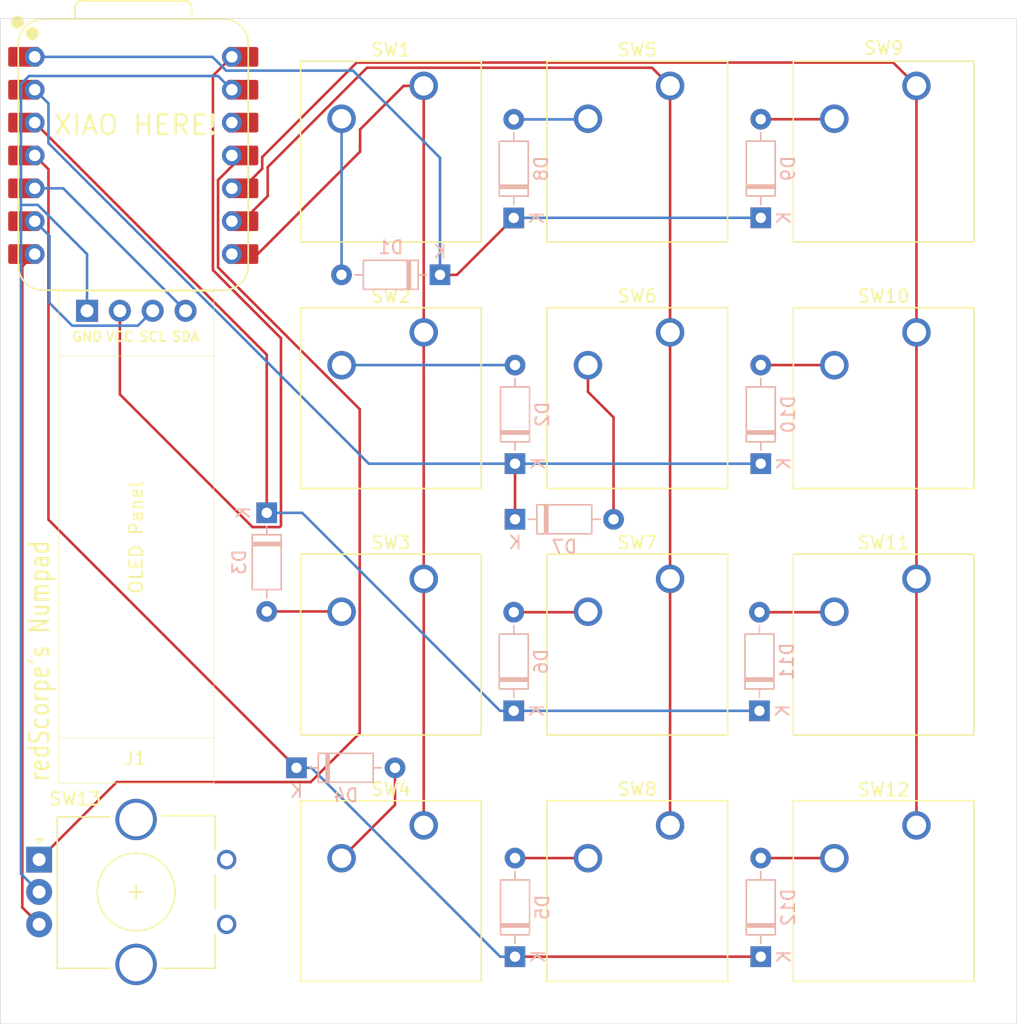
<source format=kicad_pcb>
(kicad_pcb (version 20240108) (generator "pcbnew") (generator_version "8.0")
  (layers (0 "F.Cu" signal) (31 "B.Cu" signal) (34 "B.Paste" user) (35 "F.Paste" user) (36 "B.SilkS" user "B.Silkscreen") (37 "F.SilkS" user "F.Silkscreen") (38 "B.Mask" user) (39 "F.Mask" user) (44 "Edge.Cuts" user))
  (net 0 "")
  (net 1 "Column 1")
  (net 2 "Net-(D1-A)")
  (net 3 "Net-(D2-A)")
  (net 4 "Net-(D3-A)")
  (net 5 "Net-(D4-A)")
  (net 6 "Net-(D8-A)")
  (net 7 "Column 2")
  (net 8 "Net-(D7-A)")
  (net 9 "Net-(D6-A)")
  (net 10 "Net-(D5-A)")
  (net 11 "Net-(D9-A)")
  (net 12 "Column 3")
  (net 13 "Net-(D10-A)")
  (net 14 "Net-(D11-A)")
  (net 15 "Net-(D12-A)")
  (net 16 "SDA")
  (net 17 "GND")
  (net 18 "Row 3")
  (net 19 "SCL")
  (net 20 "Net-(U1-GPIO0{slash}TX)")
  (net 21 "+5V")
  (net 22 "Row 1")
  (net 24 "Row 4")
  (net 25 "Row 2")
  (net 26 "Net-(U1-GPIO3{slash}MOSI)")
  (footprint "Button_Switch_Keyboard:SW_Cherry_MX_1.00u_PCB" (layer "F.Cu") (at 154.94 73.50125)
    (property "Reference" "SW1" (at -2.54 -2.794 0) (layer "F.SilkS"))
    (property "Value" "SW_Push")
    (fp_line (start -9.525 -1.905) (end 4.445 -1.905) (stroke (width 0.12)) (layer "F.SilkS"))
    (fp_line (start -9.525 12.065) (end -9.525 -1.905) (stroke (width 0.12)) (layer "F.SilkS"))
    (fp_line (start 4.445 -1.905) (end 4.445 12.065) (stroke (width 0.12)) (layer "F.SilkS"))
    (fp_line (start 4.445 12.065) (end -9.525 12.065) (stroke (width 0.12)) (layer "F.SilkS"))
    (pad "" np_thru_hole circle (at -7.62 5.08) (size 1.7 1.7) (drill 1.7) (layers "*.Cu" "*.Mask"))
    (pad "" np_thru_hole circle (at -2.54 5.08) (size 4 4) (drill 4) (layers "*.Cu" "*.Mask"))
    (pad "" np_thru_hole circle (at 2.54 5.08) (size 1.7 1.7) (drill 1.7) (layers "*.Cu" "*.Mask"))
    (pad "1" thru_hole circle (at 0 0) (size 2.2 2.2) (drill 1.5) (layers "*.Cu" "*.Mask") (net 1 "Column 1"))
    (pad "2" thru_hole circle (at -6.35 2.54) (size 2.2 2.2) (drill 1.5) (layers "*.Cu" "*.Mask") (net 2 "Net-(D1-A)"))
  )
  (footprint "Button_Switch_Keyboard:SW_Cherry_MX_1.00u_PCB" (layer "F.Cu") (at 173.99 92.55125)
    (property "Reference" "SW6" (at -2.54 -2.794 0) (layer "F.SilkS"))
    (property "Value" "SW_Push")
    (fp_line (start -9.525 -1.905) (end 4.445 -1.905) (stroke (width 0.12)) (layer "F.SilkS"))
    (fp_line (start -9.525 12.065) (end -9.525 -1.905) (stroke (width 0.12)) (layer "F.SilkS"))
    (fp_line (start 4.445 -1.905) (end 4.445 12.065) (stroke (width 0.12)) (layer "F.SilkS"))
    (fp_line (start 4.445 12.065) (end -9.525 12.065) (stroke (width 0.12)) (layer "F.SilkS"))
    (pad "" np_thru_hole circle (at -7.62 5.08) (size 1.7 1.7) (drill 1.7) (layers "*.Cu" "*.Mask"))
    (pad "" np_thru_hole circle (at -2.54 5.08) (size 4 4) (drill 4) (layers "*.Cu" "*.Mask"))
    (pad "" np_thru_hole circle (at 2.54 5.08) (size 1.7 1.7) (drill 1.7) (layers "*.Cu" "*.Mask"))
    (pad "1" thru_hole circle (at 0 0) (size 2.2 2.2) (drill 1.5) (layers "*.Cu" "*.Mask") (net 7 "Column 2"))
    (pad "2" thru_hole circle (at -6.35 2.54) (size 2.2 2.2) (drill 1.5) (layers "*.Cu" "*.Mask") (net 8 "Net-(D7-A)"))
  )
  (footprint "Button_Switch_Keyboard:SW_Cherry_MX_1.00u_PCB" (layer "F.Cu") (at 173.99 73.50125)
    (property "Reference" "SW5" (at -2.54 -2.794 0) (layer "F.SilkS"))
    (property "Value" "SW_Push")
    (fp_line (start -9.525 -1.905) (end 4.445 -1.905) (stroke (width 0.12)) (layer "F.SilkS"))
    (fp_line (start -9.525 12.065) (end -9.525 -1.905) (stroke (width 0.12)) (layer "F.SilkS"))
    (fp_line (start 4.445 -1.905) (end 4.445 12.065) (stroke (width 0.12)) (layer "F.SilkS"))
    (fp_line (start 4.445 12.065) (end -9.525 12.065) (stroke (width 0.12)) (layer "F.SilkS"))
    (pad "" np_thru_hole circle (at -7.62 5.08) (size 1.7 1.7) (drill 1.7) (layers "*.Cu" "*.Mask"))
    (pad "" np_thru_hole circle (at -2.54 5.08) (size 4 4) (drill 4) (layers "*.Cu" "*.Mask"))
    (pad "" np_thru_hole circle (at 2.54 5.08) (size 1.7 1.7) (drill 1.7) (layers "*.Cu" "*.Mask"))
    (pad "1" thru_hole circle (at 0 0) (size 2.2 2.2) (drill 1.5) (layers "*.Cu" "*.Mask") (net 7 "Column 2"))
    (pad "2" thru_hole circle (at -6.35 2.54) (size 2.2 2.2) (drill 1.5) (layers "*.Cu" "*.Mask") (net 6 "Net-(D8-A)"))
  )
  (footprint "Button_Switch_Keyboard:SW_Cherry_MX_1.00u_PCB" (layer "F.Cu") (at 154.94 92.55125)
    (property "Reference" "SW2" (at -2.54 -2.794 0) (layer "F.SilkS"))
    (property "Value" "SW_Push")
    (fp_line (start -9.525 -1.905) (end 4.445 -1.905) (stroke (width 0.12)) (layer "F.SilkS"))
    (fp_line (start -9.525 12.065) (end -9.525 -1.905) (stroke (width 0.12)) (layer "F.SilkS"))
    (fp_line (start 4.445 -1.905) (end 4.445 12.065) (stroke (width 0.12)) (layer "F.SilkS"))
    (fp_line (start 4.445 12.065) (end -9.525 12.065) (stroke (width 0.12)) (layer "F.SilkS"))
    (pad "" np_thru_hole circle (at -7.62 5.08) (size 1.7 1.7) (drill 1.7) (layers "*.Cu" "*.Mask"))
    (pad "" np_thru_hole circle (at -2.54 5.08) (size 4 4) (drill 4) (layers "*.Cu" "*.Mask"))
    (pad "" np_thru_hole circle (at 2.54 5.08) (size 1.7 1.7) (drill 1.7) (layers "*.Cu" "*.Mask"))
    (pad "1" thru_hole circle (at 0 0) (size 2.2 2.2) (drill 1.5) (layers "*.Cu" "*.Mask") (net 1 "Column 1"))
    (pad "2" thru_hole circle (at -6.35 2.54) (size 2.2 2.2) (drill 1.5) (layers "*.Cu" "*.Mask") (net 3 "Net-(D2-A)"))
  )
  (footprint "Button_Switch_Keyboard:SW_Cherry_MX_1.00u_PCB" (layer "F.Cu") (at 154.94 130.65125)
    (property "Reference" "SW4" (at -2.54 -2.794 0) (layer "F.SilkS"))
    (property "Value" "SW_Push")
    (fp_line (start -9.525 -1.905) (end 4.445 -1.905) (stroke (width 0.12)) (layer "F.SilkS"))
    (fp_line (start -9.525 12.065) (end -9.525 -1.905) (stroke (width 0.12)) (layer "F.SilkS"))
    (fp_line (start 4.445 -1.905) (end 4.445 12.065) (stroke (width 0.12)) (layer "F.SilkS"))
    (fp_line (start 4.445 12.065) (end -9.525 12.065) (stroke (width 0.12)) (layer "F.SilkS"))
    (pad "" np_thru_hole circle (at -7.62 5.08) (size 1.7 1.7) (drill 1.7) (layers "*.Cu" "*.Mask"))
    (pad "" np_thru_hole circle (at -2.54 5.08) (size 4 4) (drill 4) (layers "*.Cu" "*.Mask"))
    (pad "" np_thru_hole circle (at 2.54 5.08) (size 1.7 1.7) (drill 1.7) (layers "*.Cu" "*.Mask"))
    (pad "1" thru_hole circle (at 0 0) (size 2.2 2.2) (drill 1.5) (layers "*.Cu" "*.Mask") (net 1 "Column 1"))
    (pad "2" thru_hole circle (at -6.35 2.54) (size 2.2 2.2) (drill 1.5) (layers "*.Cu" "*.Mask") (net 5 "Net-(D4-A)"))
  )
  (footprint "Button_Switch_Keyboard:SW_Cherry_MX_1.00u_PCB" (layer "F.Cu") (at 154.94 111.60125)
    (property "Reference" "SW3" (at -2.54 -2.794 0) (layer "F.SilkS"))
    (property "Value" "SW_Push")
    (fp_line (start -9.525 -1.905) (end 4.445 -1.905) (stroke (width 0.12)) (layer "F.SilkS"))
    (fp_line (start -9.525 12.065) (end -9.525 -1.905) (stroke (width 0.12)) (layer "F.SilkS"))
    (fp_line (start 4.445 -1.905) (end 4.445 12.065) (stroke (width 0.12)) (layer "F.SilkS"))
    (fp_line (start 4.445 12.065) (end -9.525 12.065) (stroke (width 0.12)) (layer "F.SilkS"))
    (pad "" np_thru_hole circle (at -7.62 5.08) (size 1.7 1.7) (drill 1.7) (layers "*.Cu" "*.Mask"))
    (pad "" np_thru_hole circle (at -2.54 5.08) (size 4 4) (drill 4) (layers "*.Cu" "*.Mask"))
    (pad "" np_thru_hole circle (at 2.54 5.08) (size 1.7 1.7) (drill 1.7) (layers "*.Cu" "*.Mask"))
    (pad "1" thru_hole circle (at 0 0) (size 2.2 2.2) (drill 1.5) (layers "*.Cu" "*.Mask") (net 1 "Column 1"))
    (pad "2" thru_hole circle (at -6.35 2.54) (size 2.2 2.2) (drill 1.5) (layers "*.Cu" "*.Mask") (net 4 "Net-(D3-A)"))
  )
  (footprint "Button_Switch_Keyboard:SW_Cherry_MX_1.00u_PCB" (layer "F.Cu") (at 193.04 92.55125)
    (property "Reference" "SW10" (at -2.54 -2.794 0) (layer "F.SilkS"))
    (property "Value" "SW_Push")
    (fp_line (start -9.525 -1.905) (end 4.445 -1.905) (stroke (width 0.12)) (layer "F.SilkS"))
    (fp_line (start -9.525 12.065) (end -9.525 -1.905) (stroke (width 0.12)) (layer "F.SilkS"))
    (fp_line (start 4.445 -1.905) (end 4.445 12.065) (stroke (width 0.12)) (layer "F.SilkS"))
    (fp_line (start 4.445 12.065) (end -9.525 12.065) (stroke (width 0.12)) (layer "F.SilkS"))
    (pad "" np_thru_hole circle (at -7.62 5.08) (size 1.7 1.7) (drill 1.7) (layers "*.Cu" "*.Mask"))
    (pad "" np_thru_hole circle (at -2.54 5.08) (size 4 4) (drill 4) (layers "*.Cu" "*.Mask"))
    (pad "" np_thru_hole circle (at 2.54 5.08) (size 1.7 1.7) (drill 1.7) (layers "*.Cu" "*.Mask"))
    (pad "1" thru_hole circle (at 0 0) (size 2.2 2.2) (drill 1.5) (layers "*.Cu" "*.Mask") (net 12 "Column 3"))
    (pad "2" thru_hole circle (at -6.35 2.54) (size 2.2 2.2) (drill 1.5) (layers "*.Cu" "*.Mask") (net 13 "Net-(D10-A)"))
  )
  (footprint "Button_Switch_Keyboard:SW_Cherry_MX_1.00u_PCB" (layer "F.Cu") (at 173.99 111.60125)
    (property "Reference" "SW7" (at -2.54 -2.794 0) (layer "F.SilkS"))
    (property "Value" "SW_Push")
    (fp_line (start -9.525 -1.905) (end 4.445 -1.905) (stroke (width 0.12)) (layer "F.SilkS"))
    (fp_line (start -9.525 12.065) (end -9.525 -1.905) (stroke (width 0.12)) (layer "F.SilkS"))
    (fp_line (start 4.445 -1.905) (end 4.445 12.065) (stroke (width 0.12)) (layer "F.SilkS"))
    (fp_line (start 4.445 12.065) (end -9.525 12.065) (stroke (width 0.12)) (layer "F.SilkS"))
    (pad "" np_thru_hole circle (at -7.62 5.08) (size 1.7 1.7) (drill 1.7) (layers "*.Cu" "*.Mask"))
    (pad "" np_thru_hole circle (at -2.54 5.08) (size 4 4) (drill 4) (layers "*.Cu" "*.Mask"))
    (pad "" np_thru_hole circle (at 2.54 5.08) (size 1.7 1.7) (drill 1.7) (layers "*.Cu" "*.Mask"))
    (pad "1" thru_hole circle (at 0 0) (size 2.2 2.2) (drill 1.5) (layers "*.Cu" "*.Mask") (net 7 "Column 2"))
    (pad "2" thru_hole circle (at -6.35 2.54) (size 2.2 2.2) (drill 1.5) (layers "*.Cu" "*.Mask") (net 9 "Net-(D6-A)"))
  )
  (footprint "Rotary_Encoder:RotaryEncoder_Alps_EC11E_Vertical_H20mm_CircularMountingHoles" (layer "F.Cu") (at 125.2 133.3)
    (property "Reference" "SW13" (at 2.8 -4.7 0) (layer "F.SilkS"))
    (property "Value" "RotaryEncoder")
    (fp_line (start -0.3 -1.6) (end 0.3 -1.6) (stroke (width 0.12)) (layer "F.SilkS"))
    (fp_line (start 0 -1.3) (end -0.3 -1.6) (stroke (width 0.12)) (layer "F.SilkS"))
    (fp_line (start 0.3 -1.6) (end 0 -1.3) (stroke (width 0.12)) (layer "F.SilkS"))
    (fp_line (start 1.4 -3.3) (end 1.4 8.4) (stroke (width 0.12)) (layer "F.SilkS"))
    (fp_line (start 5.5 -3.3) (end 1.4 -3.3) (stroke (width 0.12)) (layer "F.SilkS"))
    (fp_line (start 5.5 8.4) (end 1.4 8.4) (stroke (width 0.12)) (layer "F.SilkS"))
    (fp_line (start 7 2.5) (end 8 2.5) (stroke (width 0.12)) (layer "F.SilkS"))
    (fp_line (start 7.5 2) (end 7.5 3) (stroke (width 0.12)) (layer "F.SilkS"))
    (fp_line (start 9.5 -3.4) (end 13.6 -3.4) (stroke (width 0.12)) (layer "F.SilkS"))
    (fp_line (start 13.6 -3.4) (end 13.6 -0.8) (stroke (width 0.12)) (layer "F.SilkS"))
    (fp_line (start 13.6 1.2) (end 13.6 3.8) (stroke (width 0.12)) (layer "F.SilkS"))
    (fp_line (start 13.6 5.8) (end 13.6 8.4) (stroke (width 0.12)) (layer "F.SilkS"))
    (fp_line (start 13.6 8.4) (end 9.5 8.4) (stroke (width 0.12)) (layer "F.SilkS"))
    (fp_circle (center 7.5 2.5) (end 10.5 2.5) (stroke (width 0.12)) (fill none) (layer "F.SilkS"))
    (pad "" thru_hole circle (at 14.5 0) (size 1.5 1.5) (drill 1) (layers "*.Cu" "*.Mask"))
    (pad "" thru_hole circle (at 14.5 5) (size 1.5 1.5) (drill 1) (layers "*.Cu" "*.Mask"))
    (pad "A" thru_hole rect (at 0 0) (size 2 2) (drill 1) (layers "*.Cu" "*.Mask") (net 26 "Net-(U1-GPIO3{slash}MOSI)"))
    (pad "B" thru_hole circle (at 0 5) (size 2 2) (drill 1) (layers "*.Cu" "*.Mask") (net 20 "Net-(U1-GPIO0{slash}TX)"))
    (pad "C" thru_hole circle (at 0 2.5) (size 2 2) (drill 1) (layers "*.Cu" "*.Mask") (net 17 "GND"))
    (pad "MP" thru_hole circle (at 7.5 -3.1) (size 3.2 3.2) (drill 2.6) (layers "*.Cu" "*.Mask"))
    (pad "MP" thru_hole circle (at 7.5 8.1) (size 3.2 3.2) (drill 2.6) (layers "*.Cu" "*.Mask"))
  )
  (footprint "Button_Switch_Keyboard:SW_Cherry_MX_1.00u_PCB" (layer "F.Cu") (at 173.99 130.65125)
    (property "Reference" "SW8" (at -2.54 -2.794 0) (layer "F.SilkS"))
    (property "Value" "SW_Push")
    (fp_line (start -9.525 -1.905) (end 4.445 -1.905) (stroke (width 0.12)) (layer "F.SilkS"))
    (fp_line (start -9.525 12.065) (end -9.525 -1.905) (stroke (width 0.12)) (layer "F.SilkS"))
    (fp_line (start 4.445 -1.905) (end 4.445 12.065) (stroke (width 0.12)) (layer "F.SilkS"))
    (fp_line (start 4.445 12.065) (end -9.525 12.065) (stroke (width 0.12)) (layer "F.SilkS"))
    (pad "" np_thru_hole circle (at -7.62 5.08) (size 1.7 1.7) (drill 1.7) (layers "*.Cu" "*.Mask"))
    (pad "" np_thru_hole circle (at -2.54 5.08) (size 4 4) (drill 4) (layers "*.Cu" "*.Mask"))
    (pad "" np_thru_hole circle (at 2.54 5.08) (size 1.7 1.7) (drill 1.7) (layers "*.Cu" "*.Mask"))
    (pad "1" thru_hole circle (at 0 0) (size 2.2 2.2) (drill 1.5) (layers "*.Cu" "*.Mask") (net 7 "Column 2"))
    (pad "2" thru_hole circle (at -6.35 2.54) (size 2.2 2.2) (drill 1.5) (layers "*.Cu" "*.Mask") (net 10 "Net-(D5-A)"))
  )
  (footprint "Button_Switch_Keyboard:SW_Cherry_MX_1.00u_PCB" (layer "F.Cu") (at 193.04 73.50125)
    (property "Reference" "SW9" (at -2.54 -2.92 0) (layer "F.SilkS"))
    (property "Value" "SW_Push")
    (fp_line (start -9.525 -1.905) (end 4.445 -1.905) (stroke (width 0.12)) (layer "F.SilkS"))
    (fp_line (start -9.525 12.065) (end -9.525 -1.905) (stroke (width 0.12)) (layer "F.SilkS"))
    (fp_line (start 4.445 -1.905) (end 4.445 12.065) (stroke (width 0.12)) (layer "F.SilkS"))
    (fp_line (start 4.445 12.065) (end -9.525 12.065) (stroke (width 0.12)) (layer "F.SilkS"))
    (pad "" np_thru_hole circle (at -7.62 5.08) (size 1.7 1.7) (drill 1.7) (layers "*.Cu" "*.Mask"))
    (pad "" np_thru_hole circle (at -2.54 5.08) (size 4 4) (drill 4) (layers "*.Cu" "*.Mask"))
    (pad "" np_thru_hole circle (at 2.54 5.08) (size 1.7 1.7) (drill 1.7) (layers "*.Cu" "*.Mask"))
    (pad "1" thru_hole circle (at 0 0) (size 2.2 2.2) (drill 1.5) (layers "*.Cu" "*.Mask") (net 12 "Column 3"))
    (pad "2" thru_hole circle (at -6.35 2.54) (size 2.2 2.2) (drill 1.5) (layers "*.Cu" "*.Mask") (net 11 "Net-(D9-A)"))
  )
  (footprint "opl:SSD1306-0.91-OLED-4pin-128x32" (layer "F.Cu") (at 126.715 127.385 90)
    (property "Reference" "J1" (at 1.9 5.91 0) (layer "F.SilkS"))
    (property "Value" "~")
    (fp_line (start 38 0) (end 0 0) (stroke (width 0.04)) (layer "F.SilkS"))
    (fp_line (start 33 0) (end 33 12) (stroke (width 0.04)) (layer "F.SilkS"))
    (fp_line (start 3.5 0) (end 3.5 12) (stroke (width 0.04)) (layer "F.SilkS"))
    (fp_line (start 0 0) (end 0 12) (stroke (width 0.04)) (layer "F.SilkS"))
    (fp_line (start 38 12) (end 38 0) (stroke (width 0.04)) (layer "F.SilkS"))
    (fp_line (start 0 12) (end 38 12) (stroke (width 0.04)) (layer "F.SilkS"))
    (fp_text user "GND" (at 34.5 2.19 0) (layer "F.SilkS") (effects (font (size 0.75 0.75))))
    (fp_text user "VCC" (at 34.5 4.73 0) (layer "F.SilkS") (effects (font (size 0.75 0.75))))
    (fp_text user "OLED Panel" (at 19 6 90) (layer "F.SilkS"))
    (fp_text user "SDA" (at 34.5 9.81 0) (layer "F.SilkS") (effects (font (size 0.75 0.75))))
    (fp_text user "SCL" (at 34.5 7.27 0) (layer "F.SilkS") (effects (font (size 0.75 0.75))))
    (pad "1" thru_hole rect (at 36.5 2.19 90) (size 1.7 1.7) (drill 1) (layers "*.Cu" "*.Mask") (net 17 "GND"))
    (pad "2" thru_hole oval (at 36.5 4.73 90) (size 1.7 1.7) (drill 1) (layers "*.Cu" "*.Mask") (net 21 "+5V"))
    (pad "3" thru_hole oval (at 36.5 7.27 90) (size 1.7 1.7) (drill 1) (layers "*.Cu" "*.Mask") (net 19 "SCL"))
    (pad "4" thru_hole oval (at 36.5 9.81 90) (size 1.7 1.7) (drill 1) (layers "*.Cu" "*.Mask") (net 16 "SDA"))
  )
  (footprint "opl:XIAO-RP2040-DIP" (layer "F.Cu") (at 132.48 78.88)
    (property "Reference" "U1" (hide yes))
    (property "Value" "XIAO-RP2040-DIP")
    (fp_line (start -8.89 8.509) (end -8.89 -8.636) (stroke (width 0.127)) (layer "F.SilkS"))
    (fp_line (start -6.985 10.414) (end 6.985 10.414) (stroke (width 0.127)) (layer "F.SilkS"))
    (fp_line (start -4.495 -10.541) (end -4.491272 -11.451272) (stroke (width 0.127)) (layer "F.SilkS"))
    (fp_line (start -3.991272 -11.951) (end 4.004 -11.951) (stroke (width 0.127)) (layer "F.SilkS"))
    (fp_line (start 4.504 -11.451) (end 4.504 -10.541) (stroke (width 0.127)) (layer "F.SilkS"))
    (fp_line (start 6.985 -10.541) (end -6.985 -10.541) (stroke (width 0.1)) (layer "F.SilkS"))
    (fp_line (start 6.985 -10.541) (end -6.985 -10.541) (stroke (width 0.127)) (layer "F.SilkS"))
    (fp_line (start 8.89 8.509) (end 8.89 -8.636) (stroke (width 0.127)) (layer "F.SilkS"))
    (fp_arc (start -8.89 -8.636) (mid -8.332038 -9.983038) (end -6.985 -10.541) (stroke (width 0.127)) (layer "F.SilkS"))
    (fp_arc (start -6.985 10.414) (mid -8.332038 9.856038) (end -8.89 8.509) (stroke (width 0.127)) (layer "F.SilkS"))
    (fp_arc (start -4.491272 -11.451272) (mid -4.344724 -11.804644) (end -3.991272 -11.951) (stroke (width 0.127)) (layer "F.SilkS"))
    (fp_arc (start 4.004 -11.951) (mid 4.357553 -11.804553) (end 4.504 -11.451) (stroke (width 0.127)) (layer "F.SilkS"))
    (fp_arc (start 6.985 -10.541) (mid 8.332038 -9.983038) (end 8.89 -8.636) (stroke (width 0.127)) (layer "F.SilkS"))
    (fp_arc (start 8.89 8.509) (mid 8.332038 9.856038) (end 6.985 10.414) (stroke (width 0.127)) (layer "F.SilkS"))
    (fp_circle (center -8.95 -10.3) (end -8.95 -10.554) (stroke (width 0.5)) (fill solid) (layer "F.SilkS"))
    (fp_circle (center -7.807 -9.42) (end -7.807 -9.674) (stroke (width 0.5)) (fill solid) (layer "F.SilkS"))
    (pad "1" smd roundrect (at -8.455 -7.62 180) (size 2.432 1.524) (layers "F.Cu" "F.Mask") (roundrect_rratio 0.1) (net 22 "Row 1"))
    (pad "1" thru_hole circle (at -7.62 -7.62 180) (size 1.524 1.524) (drill 0.889) (layers "*.Cu" "*.Mask") (net 22 "Row 1"))
    (pad "2" smd roundrect (at -8.455 -5.08 180) (size 2.432 1.524) (layers "F.Cu" "F.Mask") (roundrect_rratio 0.1) (net 25 "Row 2"))
    (pad "2" thru_hole circle (at -7.62 -5.08 180) (size 1.524 1.524) (drill 0.889) (layers "*.Cu" "*.Mask") (net 25 "Row 2"))
    (pad "3" smd roundrect (at -8.455 -2.54 180) (size 2.432 1.524) (layers "F.Cu" "F.Mask") (roundrect_rratio 0.1) (net 18 "Row 3"))
    (pad "3" thru_hole circle (at -7.62 -2.54 180) (size 1.524 1.524) (drill 0.889) (layers "*.Cu" "*.Mask") (net 18 "Row 3"))
    (pad "4" smd roundrect (at -8.455 0 180) (size 2.432 1.524) (layers "F.Cu" "F.Mask") (roundrect_rratio 0.1) (net 24 "Row 4"))
    (pad "4" thru_hole circle (at -7.62 0 180) (size 1.524 1.524) (drill 0.889) (layers "*.Cu" "*.Mask") (net 24 "Row 4"))
    (pad "5" smd roundrect (at -8.455 2.54 180) (size 2.432 1.524) (layers "F.Cu" "F.Mask") (roundrect_rratio 0.1) (net 16 "SDA"))
    (pad "5" thru_hole circle (at -7.62 2.54 180) (size 1.524 1.524) (drill 0.889) (layers "*.Cu" "*.Mask") (net 16 "SDA"))
    (pad "6" smd roundrect (at -8.455 5.08 180) (size 2.432 1.524) (layers "F.Cu" "F.Mask") (roundrect_rratio 0.1) (net 19 "SCL"))
    (pad "6" thru_hole circle (at -7.62 5.08 180) (size 1.524 1.524) (drill 0.889) (layers "*.Cu" "*.Mask") (net 19 "SCL"))
    (pad "7" smd roundrect (at -8.455 7.62 180) (size 2.432 1.524) (layers "F.Cu" "F.Mask") (roundrect_rratio 0.1) (net 20 "Net-(U1-GPIO0{slash}TX)"))
    (pad "7" thru_hole circle (at -7.62 7.62 180) (size 1.524 1.524) (drill 0.889) (layers "*.Cu" "*.Mask") (net 20 "Net-(U1-GPIO0{slash}TX)"))
    (pad "8" thru_hole circle (at 7.62 7.62) (size 1.524 1.524) (drill 0.889) (layers "*.Cu" "*.Mask") (net 1 "Column 1"))
    (pad "8" smd roundrect (at 8.455 7.62) (size 2.432 1.524) (layers "F.Cu" "F.Mask") (roundrect_rratio 0.1) (net 1 "Column 1"))
    (pad "9" thru_hole circle (at 7.62 5.08) (size 1.524 1.524) (drill 0.889) (layers "*.Cu" "*.Mask") (net 7 "Column 2"))
    (pad "9" smd roundrect (at 8.455 5.08) (size 2.432 1.524) (layers "F.Cu" "F.Mask") (roundrect_rratio 0.1) (net 7 "Column 2"))
    (pad "10" thru_hole circle (at 7.62 2.54) (size 1.524 1.524) (drill 0.889) (layers "*.Cu" "*.Mask") (net 12 "Column 3"))
    (pad "10" smd roundrect (at 8.455 2.54) (size 2.432 1.524) (layers "F.Cu" "F.Mask") (roundrect_rratio 0.1) (net 12 "Column 3"))
    (pad "11" thru_hole circle (at 7.62 0) (size 1.524 1.524) (drill 0.889) (layers "*.Cu" "*.Mask") (net 26 "Net-(U1-GPIO3{slash}MOSI)"))
    (pad "11" smd roundrect (at 8.455 0) (size 2.432 1.524) (layers "F.Cu" "F.Mask") (roundrect_rratio 0.1) (net 26 "Net-(U1-GPIO3{slash}MOSI)"))
    (pad "12" thru_hole circle (at 7.62 -2.54) (size 1.524 1.524) (drill 0.889) (layers "*.Cu" "*.Mask"))
    (pad "12" smd roundrect (at 8.455 -2.54) (size 2.432 1.524) (layers "F.Cu" "F.Mask") (roundrect_rratio 0.1))
    (pad "13" thru_hole circle (at 7.62 -5.08) (size 1.524 1.524) (drill 0.889) (layers "*.Cu" "*.Mask") (net 17 "GND"))
    (pad "13" smd roundrect (at 8.455 -5.08) (size 2.432 1.524) (layers "F.Cu" "F.Mask") (roundrect_rratio 0.1) (net 17 "GND"))
    (pad "14" thru_hole circle (at 7.62 -7.62) (size 1.524 1.524) (drill 0.889) (layers "*.Cu" "*.Mask") (net 21 "+5V"))
    (pad "14" smd roundrect (at 8.455 -7.62) (size 2.432 1.524) (layers "F.Cu" "F.Mask") (roundrect_rratio 0.1) (net 21 "+5V"))
  )
  (footprint "Button_Switch_Keyboard:SW_Cherry_MX_1.00u_PCB" (layer "F.Cu") (at 193.04 130.65125)
    (property "Reference" "SW12" (at -2.54 -2.75125 0) (layer "F.SilkS"))
    (property "Value" "SW_Push")
    (fp_line (start -9.525 -1.905) (end 4.445 -1.905) (stroke (width 0.12)) (layer "F.SilkS"))
    (fp_line (start -9.525 12.065) (end -9.525 -1.905) (stroke (width 0.12)) (layer "F.SilkS"))
    (fp_line (start 4.445 -1.905) (end 4.445 12.065) (stroke (width 0.12)) (layer "F.SilkS"))
    (fp_line (start 4.445 12.065) (end -9.525 12.065) (stroke (width 0.12)) (layer "F.SilkS"))
    (pad "" np_thru_hole circle (at -7.62 5.08) (size 1.7 1.7) (drill 1.7) (layers "*.Cu" "*.Mask"))
    (pad "" np_thru_hole circle (at -2.54 5.08) (size 4 4) (drill 4) (layers "*.Cu" "*.Mask"))
    (pad "" np_thru_hole circle (at 2.54 5.08) (size 1.7 1.7) (drill 1.7) (layers "*.Cu" "*.Mask"))
    (pad "1" thru_hole circle (at 0 0) (size 2.2 2.2) (drill 1.5) (layers "*.Cu" "*.Mask") (net 12 "Column 3"))
    (pad "2" thru_hole circle (at -6.35 2.54) (size 2.2 2.2) (drill 1.5) (layers "*.Cu" "*.Mask") (net 15 "Net-(D12-A)"))
  )
  (footprint "Button_Switch_Keyboard:SW_Cherry_MX_1.00u_PCB" (layer "F.Cu") (at 193.04 111.60125)
    (property "Reference" "SW11" (at -2.54 -2.794 0) (layer "F.SilkS"))
    (property "Value" "SW_Push")
    (fp_line (start -9.525 -1.905) (end 4.445 -1.905) (stroke (width 0.12)) (layer "F.SilkS"))
    (fp_line (start -9.525 12.065) (end -9.525 -1.905) (stroke (width 0.12)) (layer "F.SilkS"))
    (fp_line (start 4.445 -1.905) (end 4.445 12.065) (stroke (width 0.12)) (layer "F.SilkS"))
    (fp_line (start 4.445 12.065) (end -9.525 12.065) (stroke (width 0.12)) (layer "F.SilkS"))
    (pad "" np_thru_hole circle (at -7.62 5.08) (size 1.7 1.7) (drill 1.7) (layers "*.Cu" "*.Mask"))
    (pad "" np_thru_hole circle (at -2.54 5.08) (size 4 4) (drill 4) (layers "*.Cu" "*.Mask"))
    (pad "" np_thru_hole circle (at 2.54 5.08) (size 1.7 1.7) (drill 1.7) (layers "*.Cu" "*.Mask"))
    (pad "1" thru_hole circle (at 0 0) (size 2.2 2.2) (drill 1.5) (layers "*.Cu" "*.Mask") (net 12 "Column 3"))
    (pad "2" thru_hole circle (at -6.35 2.54) (size 2.2 2.2) (drill 1.5) (layers "*.Cu" "*.Mask") (net 14 "Net-(D11-A)"))
  )
  (footprint "Diode_THT:D_DO-35_SOD27_P7.62mm_Horizontal" (layer "B.Cu") (at 180.9 121.8 90)
    (property "Reference" "D11" (at 3.81 2.12 90) (layer "B.SilkS") (effects (justify mirror)))
    (property "Value" "D")
    (fp_line (start 5.93 -1.12) (end 1.69 -1.12) (stroke (width 0.12)) (layer "B.SilkS"))
    (fp_line (start 2.53 -1.12) (end 2.53 1.12) (stroke (width 0.12)) (layer "B.SilkS"))
    (fp_line (start 2.41 -1.12) (end 2.41 1.12) (stroke (width 0.12)) (layer "B.SilkS"))
    (fp_line (start 2.29 -1.12) (end 2.29 1.12) (stroke (width 0.12)) (layer "B.SilkS"))
    (fp_line (start 1.69 -1.12) (end 1.69 1.12) (stroke (width 0.12)) (layer "B.SilkS"))
    (fp_line (start 5.93 0) (end 6.58 0) (stroke (width 0.12)) (layer "B.SilkS"))
    (fp_line (start 1.69 0) (end 1.04 0) (stroke (width 0.12)) (layer "B.SilkS"))
    (fp_line (start 5.93 1.12) (end 5.93 -1.12) (stroke (width 0.12)) (layer "B.SilkS"))
    (fp_line (start 1.69 1.12) (end 5.93 1.12) (stroke (width 0.12)) (layer "B.SilkS"))
    (fp_text user "K" (at 0 1.8 90) (layer "B.SilkS") (effects (justify mirror)))
    (pad "1" thru_hole rect (at 0 0 90) (size 1.6 1.6) (drill 0.8) (layers "*.Cu" "*.Mask") (net 18 "Row 3"))
    (pad "2" thru_hole oval (at 7.62 0 90) (size 1.6 1.6) (drill 0.8) (layers "*.Cu" "*.Mask") (net 14 "Net-(D11-A)"))
  )
  (footprint "Diode_THT:D_DO-35_SOD27_P7.62mm_Horizontal" (layer "B.Cu") (at 162 102.7 90)
    (property "Reference" "D2" (at 3.81 2.12 90) (layer "B.SilkS") (effects (justify mirror)))
    (property "Value" "D")
    (fp_line (start 5.93 -1.12) (end 1.69 -1.12) (stroke (width 0.12)) (layer "B.SilkS"))
    (fp_line (start 2.53 -1.12) (end 2.53 1.12) (stroke (width 0.12)) (layer "B.SilkS"))
    (fp_line (start 2.41 -1.12) (end 2.41 1.12) (stroke (width 0.12)) (layer "B.SilkS"))
    (fp_line (start 2.29 -1.12) (end 2.29 1.12) (stroke (width 0.12)) (layer "B.SilkS"))
    (fp_line (start 1.69 -1.12) (end 1.69 1.12) (stroke (width 0.12)) (layer "B.SilkS"))
    (fp_line (start 5.93 0) (end 6.58 0) (stroke (width 0.12)) (layer "B.SilkS"))
    (fp_line (start 1.69 0) (end 1.04 0) (stroke (width 0.12)) (layer "B.SilkS"))
    (fp_line (start 5.93 1.12) (end 5.93 -1.12) (stroke (width 0.12)) (layer "B.SilkS"))
    (fp_line (start 1.69 1.12) (end 5.93 1.12) (stroke (width 0.12)) (layer "B.SilkS"))
    (fp_text user "K" (at 0 1.8 90) (layer "B.SilkS") (effects (justify mirror)))
    (pad "1" thru_hole rect (at 0 0 90) (size 1.6 1.6) (drill 0.8) (layers "*.Cu" "*.Mask") (net 25 "Row 2"))
    (pad "2" thru_hole oval (at 7.62 0 90) (size 1.6 1.6) (drill 0.8) (layers "*.Cu" "*.Mask") (net 3 "Net-(D2-A)"))
  )
  (footprint "Diode_THT:D_DO-35_SOD27_P7.62mm_Horizontal" (layer "B.Cu") (at 181 102.7 90)
    (property "Reference" "D10" (at 3.81 2.12 90) (layer "B.SilkS") (effects (justify mirror)))
    (property "Value" "D")
    (fp_line (start 5.93 -1.12) (end 1.69 -1.12) (stroke (width 0.12)) (layer "B.SilkS"))
    (fp_line (start 2.53 -1.12) (end 2.53 1.12) (stroke (width 0.12)) (layer "B.SilkS"))
    (fp_line (start 2.41 -1.12) (end 2.41 1.12) (stroke (width 0.12)) (layer "B.SilkS"))
    (fp_line (start 2.29 -1.12) (end 2.29 1.12) (stroke (width 0.12)) (layer "B.SilkS"))
    (fp_line (start 1.69 -1.12) (end 1.69 1.12) (stroke (width 0.12)) (layer "B.SilkS"))
    (fp_line (start 5.93 0) (end 6.58 0) (stroke (width 0.12)) (layer "B.SilkS"))
    (fp_line (start 1.69 0) (end 1.04 0) (stroke (width 0.12)) (layer "B.SilkS"))
    (fp_line (start 5.93 1.12) (end 5.93 -1.12) (stroke (width 0.12)) (layer "B.SilkS"))
    (fp_line (start 1.69 1.12) (end 5.93 1.12) (stroke (width 0.12)) (layer "B.SilkS"))
    (fp_text user "K" (at 0 1.8 90) (layer "B.SilkS") (effects (justify mirror)))
    (pad "1" thru_hole rect (at 0 0 90) (size 1.6 1.6) (drill 0.8) (layers "*.Cu" "*.Mask") (net 25 "Row 2"))
    (pad "2" thru_hole oval (at 7.62 0 90) (size 1.6 1.6) (drill 0.8) (layers "*.Cu" "*.Mask") (net 13 "Net-(D10-A)"))
  )
  (footprint "Diode_THT:D_DO-35_SOD27_P7.62mm_Horizontal" (layer "B.Cu") (at 142.8 106.5 -90)
    (property "Reference" "D3" (at 3.81 2.12 90) (layer "B.SilkS") (effects (justify mirror)))
    (property "Value" "D")
    (fp_line (start 1.69 1.12) (end 5.93 1.12) (stroke (width 0.12)) (layer "B.SilkS"))
    (fp_line (start 5.93 1.12) (end 5.93 -1.12) (stroke (width 0.12)) (layer "B.SilkS"))
    (fp_line (start 1.69 0) (end 1.04 0) (stroke (width 0.12)) (layer "B.SilkS"))
    (fp_line (start 5.93 0) (end 6.58 0) (stroke (width 0.12)) (layer "B.SilkS"))
    (fp_line (start 1.69 -1.12) (end 1.69 1.12) (stroke (width 0.12)) (layer "B.SilkS"))
    (fp_line (start 2.29 -1.12) (end 2.29 1.12) (stroke (width 0.12)) (layer "B.SilkS"))
    (fp_line (start 2.41 -1.12) (end 2.41 1.12) (stroke (width 0.12)) (layer "B.SilkS"))
    (fp_line (start 2.53 -1.12) (end 2.53 1.12) (stroke (width 0.12)) (layer "B.SilkS"))
    (fp_line (start 5.93 -1.12) (end 1.69 -1.12) (stroke (width 0.12)) (layer "B.SilkS"))
    (fp_text user "K" (at 0 1.8 90) (layer "B.SilkS") (effects (justify mirror)))
    (pad "1" thru_hole rect (at 0 0 270) (size 1.6 1.6) (drill 0.8) (layers "*.Cu" "*.Mask") (net 18 "Row 3"))
    (pad "2" thru_hole oval (at 7.62 0 270) (size 1.6 1.6) (drill 0.8) (layers "*.Cu" "*.Mask") (net 4 "Net-(D3-A)"))
  )
  (footprint "Diode_THT:D_DO-35_SOD27_P7.62mm_Horizontal" (layer "B.Cu") (at 181 83.7 90)
    (property "Reference" "D9" (at 3.81 2.12 90) (layer "B.SilkS") (effects (justify mirror)))
    (property "Value" "D")
    (fp_line (start 5.93 -1.12) (end 1.69 -1.12) (stroke (width 0.12)) (layer "B.SilkS"))
    (fp_line (start 2.53 -1.12) (end 2.53 1.12) (stroke (width 0.12)) (layer "B.SilkS"))
    (fp_line (start 2.41 -1.12) (end 2.41 1.12) (stroke (width 0.12)) (layer "B.SilkS"))
    (fp_line (start 2.29 -1.12) (end 2.29 1.12) (stroke (width 0.12)) (layer "B.SilkS"))
    (fp_line (start 1.69 -1.12) (end 1.69 1.12) (stroke (width 0.12)) (layer "B.SilkS"))
    (fp_line (start 5.93 0) (end 6.58 0) (stroke (width 0.12)) (layer "B.SilkS"))
    (fp_line (start 1.69 0) (end 1.04 0) (stroke (width 0.12)) (layer "B.SilkS"))
    (fp_line (start 5.93 1.12) (end 5.93 -1.12) (stroke (width 0.12)) (layer "B.SilkS"))
    (fp_line (start 1.69 1.12) (end 5.93 1.12) (stroke (width 0.12)) (layer "B.SilkS"))
    (fp_text user "K" (at 0 1.8 90) (layer "B.SilkS") (effects (justify mirror)))
    (pad "1" thru_hole rect (at 0 0 90) (size 1.6 1.6) (drill 0.8) (layers "*.Cu" "*.Mask") (net 22 "Row 1"))
    (pad "2" thru_hole oval (at 7.62 0 90) (size 1.6 1.6) (drill 0.8) (layers "*.Cu" "*.Mask") (net 11 "Net-(D9-A)"))
  )
  (footprint "Diode_THT:D_DO-35_SOD27_P7.62mm_Horizontal" (layer "B.Cu") (at 181 140.8 90)
    (property "Reference" "D12" (at 3.81 2.12 90) (layer "B.SilkS") (effects (justify mirror)))
    (property "Value" "D")
    (fp_line (start 5.93 -1.12) (end 1.69 -1.12) (stroke (width 0.12)) (layer "B.SilkS"))
    (fp_line (start 2.53 -1.12) (end 2.53 1.12) (stroke (width 0.12)) (layer "B.SilkS"))
    (fp_line (start 2.41 -1.12) (end 2.41 1.12) (stroke (width 0.12)) (layer "B.SilkS"))
    (fp_line (start 2.29 -1.12) (end 2.29 1.12) (stroke (width 0.12)) (layer "B.SilkS"))
    (fp_line (start 1.69 -1.12) (end 1.69 1.12) (stroke (width 0.12)) (layer "B.SilkS"))
    (fp_line (start 5.93 0) (end 6.58 0) (stroke (width 0.12)) (layer "B.SilkS"))
    (fp_line (start 1.69 0) (end 1.04 0) (stroke (width 0.12)) (layer "B.SilkS"))
    (fp_line (start 5.93 1.12) (end 5.93 -1.12) (stroke (width 0.12)) (layer "B.SilkS"))
    (fp_line (start 1.69 1.12) (end 5.93 1.12) (stroke (width 0.12)) (layer "B.SilkS"))
    (fp_text user "K" (at 0 1.8 90) (layer "B.SilkS") (effects (justify mirror)))
    (pad "1" thru_hole rect (at 0 0 90) (size 1.6 1.6) (drill 0.8) (layers "*.Cu" "*.Mask") (net 24 "Row 4"))
    (pad "2" thru_hole oval (at 7.62 0 90) (size 1.6 1.6) (drill 0.8) (layers "*.Cu" "*.Mask") (net 15 "Net-(D12-A)"))
  )
  (footprint "Diode_THT:D_DO-35_SOD27_P7.62mm_Horizontal" (layer "B.Cu") (at 162 107)
    (property "Reference" "D7" (at 3.81 2.12 0) (layer "B.SilkS") (effects (justify mirror)))
    (property "Value" "D")
    (fp_line (start 1.69 -1.12) (end 1.69 1.12) (stroke (width 0.12)) (layer "B.SilkS"))
    (fp_line (start 1.69 0) (end 1.04 0) (stroke (width 0.12)) (layer "B.SilkS"))
    (fp_line (start 1.69 1.12) (end 5.93 1.12) (stroke (width 0.12)) (layer "B.SilkS"))
    (fp_line (start 2.29 -1.12) (end 2.29 1.12) (stroke (width 0.12)) (layer "B.SilkS"))
    (fp_line (start 2.41 -1.12) (end 2.41 1.12) (stroke (width 0.12)) (layer "B.SilkS"))
    (fp_line (start 2.53 -1.12) (end 2.53 1.12) (stroke (width 0.12)) (layer "B.SilkS"))
    (fp_line (start 5.93 -1.12) (end 1.69 -1.12) (stroke (width 0.12)) (layer "B.SilkS"))
    (fp_line (start 5.93 0) (end 6.58 0) (stroke (width 0.12)) (layer "B.SilkS"))
    (fp_line (start 5.93 1.12) (end 5.93 -1.12) (stroke (width 0.12)) (layer "B.SilkS"))
    (fp_text user "K" (at 0 1.8 0) (layer "B.SilkS") (effects (justify mirror)))
    (pad "1" thru_hole rect (at 0 0) (size 1.6 1.6) (drill 0.8) (layers "*.Cu" "*.Mask") (net 25 "Row 2"))
    (pad "2" thru_hole oval (at 7.62 0) (size 1.6 1.6) (drill 0.8) (layers "*.Cu" "*.Mask") (net 8 "Net-(D7-A)"))
  )
  (footprint "Diode_THT:D_DO-35_SOD27_P7.62mm_Horizontal" (layer "B.Cu") (at 162 140.8 90)
    (property "Reference" "D5" (at 3.81 2.12 90) (layer "B.SilkS") (effects (justify mirror)))
    (property "Value" "D")
    (fp_line (start 5.93 -1.12) (end 1.69 -1.12) (stroke (width 0.12)) (layer "B.SilkS"))
    (fp_line (start 2.53 -1.12) (end 2.53 1.12) (stroke (width 0.12)) (layer "B.SilkS"))
    (fp_line (start 2.41 -1.12) (end 2.41 1.12) (stroke (width 0.12)) (layer "B.SilkS"))
    (fp_line (start 2.29 -1.12) (end 2.29 1.12) (stroke (width 0.12)) (layer "B.SilkS"))
    (fp_line (start 1.69 -1.12) (end 1.69 1.12) (stroke (width 0.12)) (layer "B.SilkS"))
    (fp_line (start 5.93 0) (end 6.58 0) (stroke (width 0.12)) (layer "B.SilkS"))
    (fp_line (start 1.69 0) (end 1.04 0) (stroke (width 0.12)) (layer "B.SilkS"))
    (fp_line (start 5.93 1.12) (end 5.93 -1.12) (stroke (width 0.12)) (layer "B.SilkS"))
    (fp_line (start 1.69 1.12) (end 5.93 1.12) (stroke (width 0.12)) (layer "B.SilkS"))
    (fp_text user "K" (at 0 1.8 90) (layer "B.SilkS") (effects (justify mirror)))
    (pad "1" thru_hole rect (at 0 0 90) (size 1.6 1.6) (drill 0.8) (layers "*.Cu" "*.Mask") (net 24 "Row 4"))
    (pad "2" thru_hole oval (at 7.62 0 90) (size 1.6 1.6) (drill 0.8) (layers "*.Cu" "*.Mask") (net 10 "Net-(D5-A)"))
  )
  (footprint "Diode_THT:D_DO-35_SOD27_P7.62mm_Horizontal" (layer "B.Cu") (at 161.9 83.71 90)
    (property "Reference" "D8" (at 3.81 2.12 90) (layer "B.SilkS") (effects (justify mirror)))
    (property "Value" "D")
    (fp_line (start 5.93 -1.12) (end 1.69 -1.12) (stroke (width 0.12)) (layer "B.SilkS"))
    (fp_line (start 2.53 -1.12) (end 2.53 1.12) (stroke (width 0.12)) (layer "B.SilkS"))
    (fp_line (start 2.41 -1.12) (end 2.41 1.12) (stroke (width 0.12)) (layer "B.SilkS"))
    (fp_line (start 2.29 -1.12) (end 2.29 1.12) (stroke (width 0.12)) (layer "B.SilkS"))
    (fp_line (start 1.69 -1.12) (end 1.69 1.12) (stroke (width 0.12)) (layer "B.SilkS"))
    (fp_line (start 5.93 0) (end 6.58 0) (stroke (width 0.12)) (layer "B.SilkS"))
    (fp_line (start 1.69 0) (end 1.04 0) (stroke (width 0.12)) (layer "B.SilkS"))
    (fp_line (start 5.93 1.12) (end 5.93 -1.12) (stroke (width 0.12)) (layer "B.SilkS"))
    (fp_line (start 1.69 1.12) (end 5.93 1.12) (stroke (width 0.12)) (layer "B.SilkS"))
    (fp_text user "K" (at 0 1.8 90) (layer "B.SilkS") (effects (justify mirror)))
    (pad "1" thru_hole rect (at 0 0 90) (size 1.6 1.6) (drill 0.8) (layers "*.Cu" "*.Mask") (net 22 "Row 1"))
    (pad "2" thru_hole oval (at 7.62 0 90) (size 1.6 1.6) (drill 0.8) (layers "*.Cu" "*.Mask") (net 6 "Net-(D8-A)"))
  )
  (footprint "Diode_THT:D_DO-35_SOD27_P7.62mm_Horizontal" (layer "B.Cu") (at 156.2 88.10625 180)
    (property "Reference" "D1" (at 3.81 2.12 0) (layer "B.SilkS") (effects (justify mirror)))
    (property "Value" "D")
    (fp_line (start 5.93 1.12) (end 5.93 -1.12) (stroke (width 0.12)) (layer "B.SilkS"))
    (fp_line (start 5.93 0) (end 6.58 0) (stroke (width 0.12)) (layer "B.SilkS"))
    (fp_line (start 5.93 -1.12) (end 1.69 -1.12) (stroke (width 0.12)) (layer "B.SilkS"))
    (fp_line (start 2.53 -1.12) (end 2.53 1.12) (stroke (width 0.12)) (layer "B.SilkS"))
    (fp_line (start 2.41 -1.12) (end 2.41 1.12) (stroke (width 0.12)) (layer "B.SilkS"))
    (fp_line (start 2.29 -1.12) (end 2.29 1.12) (stroke (width 0.12)) (layer "B.SilkS"))
    (fp_line (start 1.69 1.12) (end 5.93 1.12) (stroke (width 0.12)) (layer "B.SilkS"))
    (fp_line (start 1.69 0) (end 1.04 0) (stroke (width 0.12)) (layer "B.SilkS"))
    (fp_line (start 1.69 -1.12) (end 1.69 1.12) (stroke (width 0.12)) (layer "B.SilkS"))
    (fp_text user "K" (at 0 1.8 0) (layer "B.SilkS") (effects (justify mirror)))
    (pad "1" thru_hole rect (at 0 0 180) (size 1.6 1.6) (drill 0.8) (layers "*.Cu" "*.Mask") (net 22 "Row 1"))
    (pad "2" thru_hole oval (at 7.62 0 180) (size 1.6 1.6) (drill 0.8) (layers "*.Cu" "*.Mask") (net 2 "Net-(D1-A)"))
  )
  (footprint "Diode_THT:D_DO-35_SOD27_P7.62mm_Horizontal" (layer "B.Cu") (at 145.1 126.20625)
    (property "Reference" "D4" (at 3.81 2.12 0) (layer "B.SilkS") (effects (justify mirror)))
    (property "Value" "D")
    (fp_line (start 1.69 -1.12) (end 1.69 1.12) (stroke (width 0.12)) (layer "B.SilkS"))
    (fp_line (start 1.69 0) (end 1.04 0) (stroke (width 0.12)) (layer "B.SilkS"))
    (fp_line (start 1.69 1.12) (end 5.93 1.12) (stroke (width 0.12)) (layer "B.SilkS"))
    (fp_line (start 2.29 -1.12) (end 2.29 1.12) (stroke (width 0.12)) (layer "B.SilkS"))
    (fp_line (start 2.41 -1.12) (end 2.41 1.12) (stroke (width 0.12)) (layer "B.SilkS"))
    (fp_line (start 2.53 -1.12) (end 2.53 1.12) (stroke (width 0.12)) (layer "B.SilkS"))
    (fp_line (start 5.93 -1.12) (end 1.69 -1.12) (stroke (width 0.12)) (layer "B.SilkS"))
    (fp_line (start 5.93 0) (end 6.58 0) (stroke (width 0.12)) (layer "B.SilkS"))
    (fp_line (start 5.93 1.12) (end 5.93 -1.12) (stroke (width 0.12)) (layer "B.SilkS"))
    (fp_text user "K" (at 0 1.8 0) (layer "B.SilkS") (effects (justify mirror)))
    (pad "1" thru_hole rect (at 0 0) (size 1.6 1.6) (drill 0.8) (layers "*.Cu" "*.Mask") (net 24 "Row 4"))
    (pad "2" thru_hole oval (at 7.62 0) (size 1.6 1.6) (drill 0.8) (layers "*.Cu" "*.Mask") (net 5 "Net-(D4-A)"))
  )
  (footprint "Diode_THT:D_DO-35_SOD27_P7.62mm_Horizontal" (layer "B.Cu") (at 161.9 121.8 90)
    (property "Reference" "D6" (at 3.81 2.12 90) (layer "B.SilkS") (effects (justify mirror)))
    (property "Value" "D")
    (fp_line (start 5.93 -1.12) (end 1.69 -1.12) (stroke (width 0.12)) (layer "B.SilkS"))
    (fp_line (start 2.53 -1.12) (end 2.53 1.12) (stroke (width 0.12)) (layer "B.SilkS"))
    (fp_line (start 2.41 -1.12) (end 2.41 1.12) (stroke (width 0.12)) (layer "B.SilkS"))
    (fp_line (start 2.29 -1.12) (end 2.29 1.12) (stroke (width 0.12)) (layer "B.SilkS"))
    (fp_line (start 1.69 -1.12) (end 1.69 1.12) (stroke (width 0.12)) (layer "B.SilkS"))
    (fp_line (start 5.93 0) (end 6.58 0) (stroke (width 0.12)) (layer "B.SilkS"))
    (fp_line (start 1.69 0) (end 1.04 0) (stroke (width 0.12)) (layer "B.SilkS"))
    (fp_line (start 5.93 1.12) (end 5.93 -1.12) (stroke (width 0.12)) (layer "B.SilkS"))
    (fp_line (start 1.69 1.12) (end 5.93 1.12) (stroke (width 0.12)) (layer "B.SilkS"))
    (fp_text user "K" (at 0 1.8 90) (layer "B.SilkS") (effects (justify mirror)))
    (pad "1" thru_hole rect (at 0 0 90) (size 1.6 1.6) (drill 0.8) (layers "*.Cu" "*.Mask") (net 18 "Row 3"))
    (pad "2" thru_hole oval (at 7.62 0 90) (size 1.6 1.6) (drill 0.8) (layers "*.Cu" "*.Mask") (net 9 "Net-(D6-A)"))
  )
  (gr_rect (start 122.2 68.3) (end 200.8 146) (stroke (width 0.05)) (fill none) (layer "Edge.Cuts"))
  (gr_text "XIAO HERE!" (at 126.2 77.4 0) (layer "F.SilkS") (effects (font (size 1.5 1.5) (thickness 0.1875)) (justify left bottom)))
  (gr_text "redScorpe's Numpad" (at 126.1 127.385 90) (layer "F.SilkS") (effects (font (size 1.5 1.2) (thickness 0.1875)) (justify left bottom)))
  (segment (start 142.1 86.5) (end 140.1 86.5) (width 0.2) (layer "F.Cu") (net 1))
  (segment (start 154.94 73.50125) (end 154.94 130.65125) (width 0.2) (layer "F.Cu") (net 1))
  (segment (start 153.384366 73.50125) (end 150.01875 76.866866) (width 0.2) (layer "F.Cu") (net 1))
  (segment (start 150.01875 78.58125) (end 142.1 86.5) (width 0.2) (layer "F.Cu") (net 1))
  (segment (start 150.01875 76.866866) (end 150.01875 78.58125) (width 0.2) (layer "F.Cu") (net 1))
  (segment (start 154.94 73.50125) (end 153.384366 73.50125) (width 0.2) (layer "F.Cu") (net 1))
  (segment (start 148.59 76.04125) (end 148.59 88.09625) (width 0.2) (layer "B.Cu") (net 2))
  (segment (start 148.59 88.09625) (end 148.58 88.10625) (width 0.2) (layer "B.Cu") (net 2))
  (segment (start 148.60125 95.08) (end 148.59 95.09125) (width 0.2) (layer "B.Cu") (net 3))
  (segment (start 162 95.08) (end 148.60125 95.08) (width 0.2) (layer "B.Cu") (net 3))
  (segment (start 148.56875 114.12) (end 148.59 114.14125) (width 0.2) (layer "F.Cu") (net 4))
  (segment (start 142.8 114.12) (end 148.56875 114.12) (width 0.2) (layer "F.Cu") (net 4))
  (segment (start 152.72 129.06125) (end 148.59 133.19125) (width 0.2) (layer "F.Cu") (net 5))
  (segment (start 152.72 126.20625) (end 152.72 129.06125) (width 0.2) (layer "F.Cu") (net 5))
  (segment (start 161.9 76.09) (end 167.59125 76.09) (width 0.2) (layer "B.Cu") (net 6))
  (segment (start 167.59125 76.09) (end 167.64 76.04125) (width 0.2) (layer "B.Cu") (net 6))
  (segment (start 172.59 72.10125) (end 150.550101 72.10125) (width 0.2) (layer "F.Cu") (net 7))
  (segment (start 173.99 73.50125) (end 172.59 72.10125) (width 0.2) (layer "F.Cu") (net 7))
  (segment (start 142.875 79.776351) (end 142.875 82.02) (width 0.2) (layer "F.Cu") (net 7))
  (segment (start 142.875 82.02) (end 140.935 83.96) (width 0.2) (layer "F.Cu") (net 7))
  (segment (start 173.99 73.50125) (end 173.99 130.65125) (width 0.2) (layer "F.Cu") (net 7))
  (segment (start 150.550101 72.10125) (end 142.875 79.776351) (width 0.2) (layer "F.Cu") (net 7))
  (segment (start 140.935 83.96) (end 140.1 83.96) (width 0.2) (layer "F.Cu") (net 7))
  (segment (start 167.64 97.144652) (end 169.62 99.124652) (width 0.2) (layer "F.Cu") (net 8))
  (segment (start 169.62 99.124652) (end 169.62 107) (width 0.2) (layer "F.Cu") (net 8))
  (segment (start 167.64 95.09125) (end 167.64 97.144652) (width 0.2) (layer "F.Cu") (net 8))
  (segment (start 167.60125 114.18) (end 167.64 114.14125) (width 0.2) (layer "F.Cu") (net 9))
  (segment (start 161.9 114.18) (end 167.60125 114.18) (width 0.2) (layer "F.Cu") (net 9))
  (segment (start 162 133.18) (end 167.62875 133.18) (width 0.2) (layer "F.Cu") (net 10))
  (segment (start 167.62875 133.18) (end 167.64 133.19125) (width 0.2) (layer "F.Cu") (net 10))
  (segment (start 181 76.08) (end 186.65125 76.08) (width 0.2) (layer "F.Cu") (net 11))
  (segment (start 186.65125 76.08) (end 186.69 76.04125) (width 0.2) (layer "F.Cu") (net 11))
  (segment (start 191.24 71.70125) (end 149.755 71.70125) (width 0.2) (layer "F.Cu") (net 12))
  (segment (start 193.04 73.50125) (end 191.24 71.70125) (width 0.2) (layer "F.Cu") (net 12))
  (segment (start 142.451 79.00525) (end 142.451 79.904) (width 0.2) (layer "F.Cu") (net 12))
  (segment (start 149.755 71.70125) (end 142.451 79.00525) (width 0.2) (layer "F.Cu") (net 12))
  (segment (start 193.04 73.50125) (end 193.04 130.65125) (width 0.2) (layer "F.Cu") (net 12))
  (segment (start 142.451 79.904) (end 140.935 81.42) (width 0.2) (layer "F.Cu") (net 12))
  (segment (start 140.712214 81.42) (end 140.1 81.42) (width 0.2) (layer "F.Cu") (net 12))
  (segment (start 186.67875 95.08) (end 186.69 95.09125) (width 0.2) (layer "F.Cu") (net 13))
  (segment (start 181 95.08) (end 186.67875 95.08) (width 0.2) (layer "F.Cu") (net 13))
  (segment (start 180.9 114.18) (end 186.65125 114.18) (width 0.2) (layer "F.Cu") (net 14))
  (segment (start 186.65125 114.18) (end 186.69 114.14125) (width 0.2) (layer "F.Cu") (net 14))
  (segment (start 181 133.18) (end 186.67875 133.18) (width 0.2) (layer "F.Cu") (net 15))
  (segment (start 186.67875 133.18) (end 186.69 133.19125) (width 0.2) (layer "F.Cu") (net 15))
  (segment (start 136.525 90.885) (end 127.06 81.42) (width 0.2) (layer "B.Cu") (net 16))
  (segment (start 127.06 81.42) (end 124.86 81.42) (width 0.2) (layer "B.Cu") (net 16))
  (segment (start 139.038 72.738) (end 140.1 73.8) (width 0.2) (layer "B.Cu") (net 17))
  (segment (start 124.420105 72.738) (end 139.038 72.738) (width 0.2) (layer "B.Cu") (net 17))
  (segment (start 128.905 90.885) (end 128.905 86.503105) (width 0.2) (layer "B.Cu") (net 17))
  (segment (start 123.798 73.360105) (end 124.420105 72.738) (width 0.2) (layer "B.Cu") (net 17))
  (segment (start 123.798 82.7) (end 123.798 73.360105) (width 0.2) (layer "B.Cu") (net 17))
  (segment (start 128.905 86.503105) (end 125.101895 82.7) (width 0.2) (layer "B.Cu") (net 17))
  (segment (start 125.2 135.8) (end 123.798 134.398) (width 0.2) (layer "B.Cu") (net 17))
  (segment (start 123.798 134.398) (end 123.798 82.7) (width 0.2) (layer "B.Cu") (net 17))
  (segment (start 125.101895 82.7) (end 123.798 82.7) (width 0.2) (layer "B.Cu") (net 17))
  (segment (start 142.8 94.28) (end 124.86 76.34) (width 0.2) (layer "F.Cu") (net 18))
  (segment (start 142.8 106.5) (end 142.8 94.28) (width 0.2) (layer "F.Cu") (net 18))
  (segment (start 161.9 121.8) (end 160.842152 121.8) (width 0.2) (layer "B.Cu") (net 18))
  (segment (start 180.9 121.8) (end 161.9 121.8) (width 0.2) (layer "B.Cu") (net 18))
  (segment (start 160.842152 121.8) (end 145.542152 106.5) (width 0.2) (layer "B.Cu") (net 18))
  (segment (start 145.542152 106.5) (end 142.8 106.5) (width 0.2) (layer "B.Cu") (net 18))
  (segment (start 133.985 90.885) (end 132.835 92.035) (width 0.2) (layer "B.Cu") (net 19))
  (segment (start 127.755 92.035) (end 126 90.28) (width 0.2) (layer "B.Cu") (net 19))
  (segment (start 126 85.1) (end 124.86 83.96) (width 0.2) (layer "B.Cu") (net 19))
  (segment (start 126 90.28) (end 126 85.1) (width 0.2) (layer "B.Cu") (net 19))
  (segment (start 132.835 92.035) (end 127.755 92.035) (width 0.2) (layer "B.Cu") (net 19))
  (segment (start 123.9 137) (end 123.9 87.46) (width 0.2) (layer "F.Cu") (net 20))
  (segment (start 123.9 87.46) (end 124.86 86.5) (width 0.2) (layer "F.Cu") (net 20))
  (segment (start 125.2 138.3) (end 123.9 137) (width 0.2) (layer "F.Cu") (net 20))
  (segment (start 141.7 107.6) (end 143.8 107.6) (width 0.2) (layer "F.Cu") (net 21))
  (segment (start 143.9 107.5) (end 143.9 93) (width 0.2) (layer "F.Cu") (net 21))
  (segment (start 138.638 72.722) (end 140.1 71.26) (width 0.2) (layer "F.Cu") (net 21))
  (segment (start 143.9 93) (end 138.638 87.738) (width 0.2) (layer "F.Cu") (net 21))
  (segment (start 131.445 97.345) (end 141.7 107.6) (width 0.2) (layer "F.Cu") (net 21))
  (segment (start 138.638 87.738) (end 138.638 72.722) (width 0.2) (layer "F.Cu") (net 21))
  (segment (start 131.445 90.885) (end 131.445 97.345) (width 0.2) (layer "F.Cu") (net 21))
  (segment (start 143.8 107.6) (end 143.9 107.5) (width 0.2) (layer "F.Cu") (net 21))
  (segment (start 156.2 88.10625) (end 157.50375 88.10625) (width 0.2) (layer "F.Cu") (net 22))
  (segment (start 157.50375 88.10625) (end 161.9 83.71) (width 0.2) (layer "F.Cu") (net 22))
  (segment (start 156.2 79.057848) (end 149.464152 72.322) (width 0.2) (layer "B.Cu") (net 22))
  (segment (start 181 83.7) (end 161.91 83.7) (width 0.2) (layer "B.Cu") (net 22))
  (segment (start 161.91 83.7) (end 161.9 83.71) (width 0.2) (layer "B.Cu") (net 22))
  (segment (start 138.598105 71.26) (end 124.86 71.26) (width 0.2) (layer "B.Cu") (net 22))
  (segment (start 149.464152 72.322) (end 139.660105 72.322) (width 0.2) (layer "B.Cu") (net 22))
  (segment (start 139.660105 72.322) (end 138.598105 71.26) (width 0.2) (layer "B.Cu") (net 22))
  (segment (start 156.2 88.10625) (end 156.2 79.057848) (width 0.2) (layer "B.Cu") (net 22))
  (segment (start 125.922 107.02825) (end 125.922 79.942) (width 0.2) (layer "F.Cu") (net 24))
  (segment (start 145.1 126.20625) (end 125.922 107.02825) (width 0.2) (layer "F.Cu") (net 24))
  (segment (start 181 140.8) (end 162 140.8) (width 0.2) (layer "F.Cu") (net 24))
  (segment (start 125.922 79.942) (end 124.86 78.88) (width 0.2) (layer "F.Cu") (net 24))
  (segment (start 146.257944 126.20625) (end 145.1 126.20625) (width 0.2) (layer "B.Cu") (net 24))
  (segment (start 160.851694 140.8) (end 146.257944 126.20625) (width 0.2) (layer "B.Cu") (net 24))
  (segment (start 162 140.8) (end 160.851694 140.8) (width 0.2) (layer "B.Cu") (net 24))
  (segment (start 162 102.7) (end 162 107) (width 0.2) (layer "F.Cu") (net 25))
  (segment (start 125.922 77.930306) (end 125.922 74.862) (width 0.2) (layer "B.Cu") (net 25))
  (segment (start 162 102.7) (end 150.691694 102.7) (width 0.2) (layer "B.Cu") (net 25))
  (segment (start 150.691694 102.7) (end 125.922 77.930306) (width 0.2) (layer "B.Cu") (net 25))
  (segment (start 125.922 74.862) (end 124.86 73.8) (width 0.2) (layer "B.Cu") (net 25))
  (segment (start 181 102.7) (end 162 102.7) (width 0.2) (layer "B.Cu") (net 25))
  (segment (start 149.99 123.51625) (end 149.99 98.49) (width 0.2) (layer "F.Cu") (net 26))
  (segment (start 146.2 127.30625) (end 149.99 123.51625) (width 0.2) (layer "F.Cu") (net 26))
  (segment (start 139.038 87.538) (end 139.038 80.777) (width 0.2) (layer "F.Cu") (net 26))
  (segment (start 125.2 133.3) (end 131.19375 127.30625) (width 0.2) (layer "F.Cu") (net 26))
  (segment (start 131.19375 127.30625) (end 146.2 127.30625) (width 0.2) (layer "F.Cu") (net 26))
  (segment (start 139.038 80.777) (end 140.935 78.88) (width 0.2) (layer "F.Cu") (net 26))
  (segment (start 149.99 98.49) (end 139.038 87.538) (width 0.2) (layer "F.Cu") (net 26))
)
</source>
